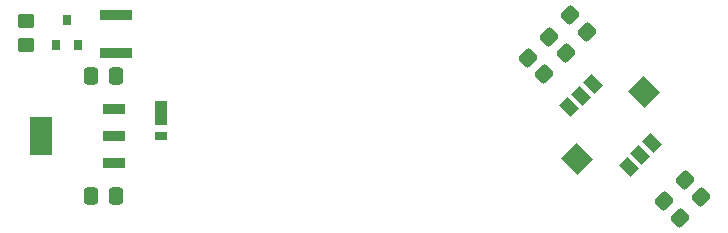
<source format=gbr>
%TF.GenerationSoftware,KiCad,Pcbnew,7.0.6*%
%TF.CreationDate,2024-01-24T15:29:16+09:00*%
%TF.ProjectId,EVO2_ICS_CARD,45564f32-5f49-4435-935f-434152442e6b,rev?*%
%TF.SameCoordinates,Original*%
%TF.FileFunction,Paste,Top*%
%TF.FilePolarity,Positive*%
%FSLAX46Y46*%
G04 Gerber Fmt 4.6, Leading zero omitted, Abs format (unit mm)*
G04 Created by KiCad (PCBNEW 7.0.6) date 2024-01-24 15:29:16*
%MOMM*%
%LPD*%
G01*
G04 APERTURE LIST*
G04 Aperture macros list*
%AMRoundRect*
0 Rectangle with rounded corners*
0 $1 Rounding radius*
0 $2 $3 $4 $5 $6 $7 $8 $9 X,Y pos of 4 corners*
0 Add a 4 corners polygon primitive as box body*
4,1,4,$2,$3,$4,$5,$6,$7,$8,$9,$2,$3,0*
0 Add four circle primitives for the rounded corners*
1,1,$1+$1,$2,$3*
1,1,$1+$1,$4,$5*
1,1,$1+$1,$6,$7*
1,1,$1+$1,$8,$9*
0 Add four rect primitives between the rounded corners*
20,1,$1+$1,$2,$3,$4,$5,0*
20,1,$1+$1,$4,$5,$6,$7,0*
20,1,$1+$1,$6,$7,$8,$9,0*
20,1,$1+$1,$8,$9,$2,$3,0*%
%AMRotRect*
0 Rectangle, with rotation*
0 The origin of the aperture is its center*
0 $1 length*
0 $2 width*
0 $3 Rotation angle, in degrees counterclockwise*
0 Add horizontal line*
21,1,$1,$2,0,0,$3*%
G04 Aperture macros list end*
%ADD10R,1.100000X2.000000*%
%ADD11R,1.100000X0.800000*%
%ADD12RoundRect,0.250000X-0.337500X-0.475000X0.337500X-0.475000X0.337500X0.475000X-0.337500X0.475000X0*%
%ADD13R,0.800000X0.900000*%
%ADD14R,1.850000X0.900000*%
%ADD15R,1.850000X3.200000*%
%ADD16RoundRect,0.250000X0.565685X0.070711X0.070711X0.565685X-0.565685X-0.070711X-0.070711X-0.565685X0*%
%ADD17RoundRect,0.250000X-0.565685X-0.070711X-0.070711X-0.565685X0.565685X0.070711X0.070711X0.565685X0*%
%ADD18R,2.810000X0.880000*%
%ADD19RotRect,1.000000X1.350000X45.000000*%
%ADD20RotRect,1.800000X2.000000X45.000000*%
%ADD21RoundRect,0.250000X0.450000X-0.350000X0.450000X0.350000X-0.450000X0.350000X-0.450000X-0.350000X0*%
%ADD22RoundRect,0.250000X0.337500X0.475000X-0.337500X0.475000X-0.337500X-0.475000X0.337500X-0.475000X0*%
G04 APERTURE END LIST*
D10*
%TO.C,D2*%
X37465000Y-32370000D03*
D11*
X37465000Y-34270000D03*
%TD*%
D12*
%TO.C,C2*%
X31580000Y-39370000D03*
X33655000Y-39370000D03*
%TD*%
D13*
%TO.C,Q1*%
X28575000Y-26575000D03*
X30475000Y-26575000D03*
X29525000Y-24475000D03*
%TD*%
D14*
%TO.C,IC1*%
X33505000Y-36590000D03*
X33505000Y-34290000D03*
X33505000Y-31990000D03*
D15*
X27305000Y-34290000D03*
%TD*%
D16*
%TO.C,R9*%
X81461055Y-41238159D03*
X80046841Y-39823945D03*
%TD*%
D17*
%TO.C,R5*%
X68544735Y-27686837D03*
X69958949Y-29101051D03*
%TD*%
D18*
%TO.C,F1*%
X33655000Y-24035000D03*
X33655000Y-27305000D03*
%TD*%
D17*
%TO.C,R8*%
X72136837Y-24094735D03*
X73551051Y-25508949D03*
%TD*%
%TO.C,R7*%
X70340786Y-25890786D03*
X71755000Y-27305000D03*
%TD*%
D19*
%TO.C,S1*%
X74044720Y-29879466D03*
X73037093Y-30887093D03*
X72029466Y-31894720D03*
X79100534Y-34935280D03*
X78092907Y-35942907D03*
X77085280Y-36950534D03*
D20*
X72701218Y-36278782D03*
X78428782Y-30551218D03*
%TD*%
D16*
%TO.C,R10*%
X83257107Y-39442107D03*
X81842893Y-38027893D03*
%TD*%
D21*
%TO.C,R1*%
X26035000Y-26575000D03*
X26035000Y-24575000D03*
%TD*%
D22*
%TO.C,C1*%
X33655000Y-29210000D03*
X31580000Y-29210000D03*
%TD*%
M02*

</source>
